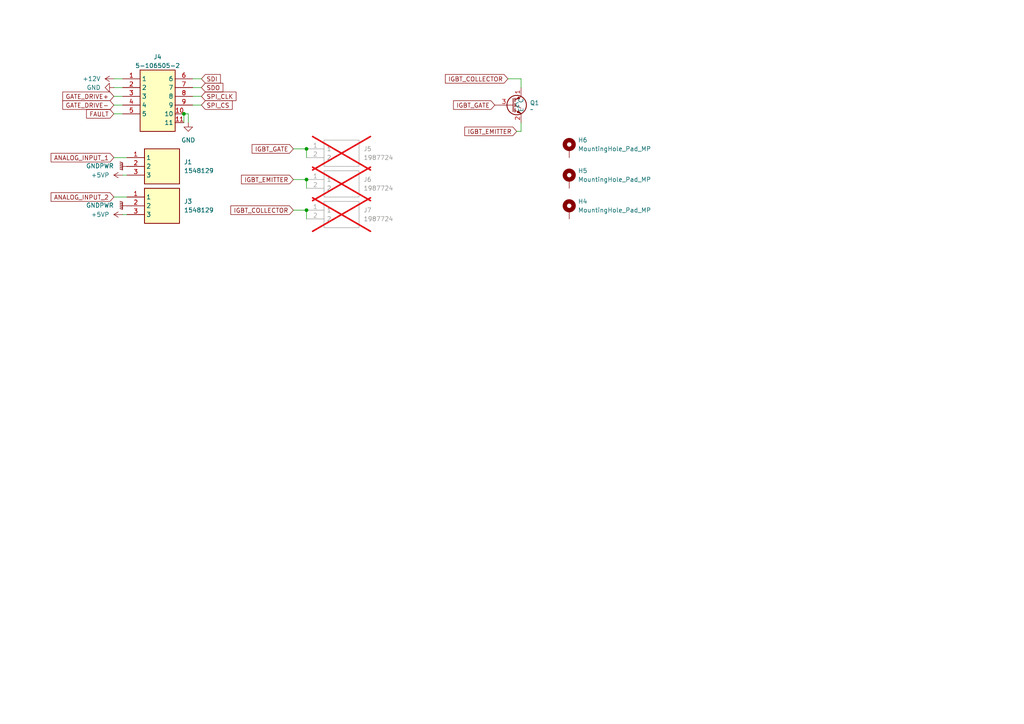
<source format=kicad_sch>
(kicad_sch (version 20250114) (generator "eeschema") (generator_version "9.0")
  (paper "A4")
  (lib_symbols
    (symbol "InverterCom:1548129"
      (property "Reference" "J" (at 16.51 7.62 0))
      (property "Value" "1548129" (at 16.51 5.08 0))
      (symbol "1548129_1_1"
        (rectangle (start 5.08 2.54) (end 15.24 -7.62) (stroke (width 0.254)) (fill (type background)))
        (pin passive line (at 0 0 0) (length 5.08) (name "1") (number "1"))
        (pin passive line (at 0 -2.54 0) (length 5.08) (name "2") (number "2"))
        (pin passive line (at 0 -5.08 0) (length 5.08) (name "3") (number "3"))
      )
    )
    (symbol "InverterCom:1987724" (pin_names (offset 0.762))
      (property "Reference" "J" (at 16.51 7.62 0))
      (property "Value" "1987724" (at 16.51 5.08 0))
      (symbol "1987724_0_0"
        (pin passive line (at 0 0 0) (length 5.08) (name "1") (number "1"))
        (pin passive line (at 0 -2.54 0) (length 5.08) (name "2") (number "2"))
      )
      (symbol "1987724_0_1"
        (polyline (pts (xy 5.08 2.54) (xy 15.24 2.54) (xy 15.24 -5.08) (xy 5.08 -5.08) (xy 5.08 2.54)) (stroke (width 0.1524)))
      )
    )
    (symbol "InverterCom:5-106505-2"
      (property "Reference" "J" (at 16.51 7.62 0))
      (property "Value" "5-106505-2" (at 16.51 5.08 0))
      (symbol "5-106505-2_1_1"
        (rectangle (start 5.08 2.54) (end 15.24 -15.24) (stroke (width 0.254)) (fill (type background)))
        (pin passive line (at 0 0 0) (length 5.08) (name "1") (number "1"))
        (pin passive line (at 0 -2.54 0) (length 5.08) (name "2") (number "2"))
        (pin passive line (at 0 -5.08 0) (length 5.08) (name "3") (number "3"))
        (pin passive line (at 0 -7.62 0) (length 5.08) (name "4") (number "4"))
        (pin passive line (at 0 -10.16 0) (length 5.08) (name "5") (number "5"))
        (pin input line (at 17.78 -10.16 180) (length 2.54) (name "10") (number "10"))
        (pin input line (at 17.78 -12.7 180) (length 2.54) (name "11") (number "11"))
        (pin passive line (at 20.32 0 180) (length 5.08) (name "6") (number "6"))
        (pin passive line (at 20.32 -2.54 180) (length 5.08) (name "7") (number "7"))
        (pin passive line (at 20.32 -5.08 180) (length 5.08) (name "8") (number "8"))
        (pin passive line (at 20.32 -7.62 180) (length 5.08) (name "9") (number "9"))
      )
    )
    (symbol "InverterCom:CM600HA-24H-Gate"
      (property "Reference" "Q" (at -2.54 5.08 0))
      (symbol "CM600HA-24H-Gate_0_1"
        (polyline (pts (xy 0.254 1.905) (xy 0.254 -1.905) (xy 0.254 -1.905)) (stroke (width 0.254)))
        (polyline (pts (xy 0.762 2.032) (xy 0.762 1.016)) (stroke (width 0.254)))
        (polyline (pts (xy 0.762 0.508) (xy 0.762 -0.508)) (stroke (width 0.254)))
        (polyline (pts (xy 0.762 -1.016) (xy 0.762 -2.032)) (stroke (width 0.254)))
        (circle (center 1.27 0) (radius 2.8194) (stroke (width 0.254)))
        (polyline (pts (xy 1.397 -2.159) (xy 1.651 -1.651) (xy 2.54 -2.413) (xy 1.397 -2.159)) (fill (type outline)))
        (polyline (pts (xy 2.159 1.905) (xy 1.905 2.413) (xy 1.016 1.651) (xy 2.159 1.905)) (fill (type outline)))
        (polyline (pts (xy 2.54 2.413) (xy 0.762 1.524)))
        (polyline (pts (xy 2.54 -0.889) (xy 0.762 0)))
        (polyline (pts (xy 2.54 -2.413) (xy 0.762 -1.524)))
      )
      (symbol "CM600HA-24H-Gate_1_1"
        (pin input line (at -5.08 0 0) (length 5.334) (name "G") (number "3"))
        (pin passive line (at 2.54 5.08 270) (length 2.54) (name "C") (number "1"))
        (pin passive line (at 2.54 -5.08 90) (length 2.54) (name "E") (number "2"))
      )
    )
    (symbol "Mechanical:MountingHole_Pad_MP" (pin_numbers (hide yes)) (pin_names (offset 1.016) (hide yes)) (in_bom no)
      (property "Reference" "H" (at 0 6.35 0))
      (property "Value" "MountingHole_Pad_MP" (at 0 4.445 0))
      (symbol "MountingHole_Pad_MP_0_1"
        (circle (center 0 1.27) (radius 1.27) (stroke (width 1.27)))
      )
      (symbol "MountingHole_Pad_MP_1_1"
        (pin input line (at 0 -2.54 90) (length 2.54) (name "MP") (number "MP"))
      )
    )
    (symbol "power:+12V" (power) (pin_numbers (hide yes)) (pin_names (offset 0) (hide yes))
      (property "Value" "+12V" (at 0 3.556 0))
      (symbol "+12V_0_1"
        (polyline (pts (xy -0.762 1.27) (xy 0 2.54)))
        (polyline (pts (xy 0 2.54) (xy 0.762 1.27)))
        (polyline (pts (xy 0 0) (xy 0 2.54)))
      )
      (symbol "+12V_1_1"
        (pin power_in line (at 0 0 90) (length 0) (name "~") (number "1"))
      )
    )
    (symbol "power:+5VP" (power) (pin_numbers (hide yes)) (pin_names (offset 0) (hide yes))
      (property "Value" "+5VP" (at 0 3.556 0))
      (symbol "+5VP_0_1"
        (polyline (pts (xy -0.762 1.27) (xy 0 2.54)))
        (polyline (pts (xy 0 2.54) (xy 0.762 1.27)))
        (polyline (pts (xy 0 0) (xy 0 2.54)))
      )
      (symbol "+5VP_1_1"
        (pin power_in line (at 0 0 90) (length 0) (name "~") (number "1"))
      )
    )
    (symbol "power:GND" (power) (pin_numbers (hide yes)) (pin_names (offset 0) (hide yes))
      (property "Value" "GND" (at 0 -3.81 0))
      (symbol "GND_0_1"
        (polyline (pts (xy 0 0) (xy 0 -1.27) (xy 1.27 -1.27) (xy 0 -2.54) (xy -1.27 -1.27) (xy 0 -1.27)))
      )
      (symbol "GND_1_1"
        (pin power_in line (at 0 0 270) (length 0) (name "~") (number "1"))
      )
    )
    (symbol "power:GNDPWR" (power) (pin_numbers (hide yes)) (pin_names (offset 0) (hide yes))
      (property "Value" "GNDPWR" (at 0 -3.302 0))
      (symbol "GNDPWR_0_1"
        (polyline (pts (xy -1.016 -1.27) (xy -1.27 -2.032) (xy -1.27 -2.032)) (stroke (width 0.2032)))
        (polyline (pts (xy -0.508 -1.27) (xy -0.762 -2.032) (xy -0.762 -2.032)) (stroke (width 0.2032)))
        (polyline (pts (xy 0 -1.27) (xy 0 0)))
        (polyline (pts (xy 0 -1.27) (xy -0.254 -2.032) (xy -0.254 -2.032)) (stroke (width 0.2032)))
        (polyline (pts (xy 0.508 -1.27) (xy 0.254 -2.032) (xy 0.254 -2.032)) (stroke (width 0.2032)))
        (polyline (pts (xy 1.016 -1.27) (xy -1.016 -1.27) (xy -1.016 -1.27)) (stroke (width 0.2032)))
        (polyline (pts (xy 1.016 -1.27) (xy 0.762 -2.032) (xy 0.762 -2.032) (xy 0.762 -2.032)) (stroke (width 0.2032)))
      )
      (symbol "GNDPWR_1_1"
        (pin power_in line (at 0 0 270) (length 0) (name "~") (number "1"))
      )
    )
  )
  (junction (at 88.9 43.18))
  (junction (at 53.34 33.02))
  (junction (at 88.9 60.96))
  (junction (at 88.9 52.07))
  (wire (pts (xy 53.34 33.02) (xy 53.34 35.56)))
  (wire (pts (xy 85.09 52.07) (xy 88.9 52.07)))
  (wire (pts (xy 35.56 30.48) (xy 33.02 30.48)))
  (wire (pts (xy 33.02 33.02) (xy 35.56 33.02)))
  (wire (pts (xy 55.88 25.4) (xy 58.42 25.4)))
  (wire (pts (xy 33.02 22.86) (xy 35.56 22.86)))
  (wire (pts (xy 35.56 62.23) (xy 36.83 62.23)))
  (wire (pts (xy 33.02 57.15) (xy 36.83 57.15)))
  (wire (pts (xy 88.9 43.18) (xy 88.9 45.72)))
  (wire (pts (xy 58.42 30.48) (xy 55.88 30.48)))
  (wire (pts (xy 147.32 22.86) (xy 151.13 22.86)))
  (wire (pts (xy 151.13 38.1) (xy 151.13 35.56)))
  (wire (pts (xy 149.86 38.1) (xy 151.13 38.1)))
  (wire (pts (xy 33.02 25.4) (xy 35.56 25.4)))
  (wire (pts (xy 88.9 52.07) (xy 88.9 54.61)))
  (wire (pts (xy 53.34 33.02) (xy 54.61 33.02)))
  (wire (pts (xy 35.56 50.8) (xy 36.83 50.8)))
  (wire (pts (xy 54.61 33.02) (xy 54.61 35.56)))
  (wire (pts (xy 33.02 45.72) (xy 36.83 45.72)))
  (wire (pts (xy 35.56 27.94) (xy 33.02 27.94)))
  (wire (pts (xy 151.13 25.4) (xy 151.13 22.86)))
  (wire (pts (xy 55.88 22.86) (xy 58.42 22.86)))
  (wire (pts (xy 85.09 60.96) (xy 88.9 60.96)))
  (wire (pts (xy 58.42 27.94) (xy 55.88 27.94)))
  (wire (pts (xy 88.9 60.96) (xy 88.9 63.5)))
  (wire (pts (xy 85.09 43.18) (xy 88.9 43.18)))
  (global_label "SDO" (shape input) (at 58.42 25.4 0) (property "Intersheetrefs" "${INTERSHEET_REFS}" (effects (hide yes))))
  (global_label "ANALOG_INPUT_2" (shape input) (at 33.02 57.15 180) (property "Intersheetrefs" "${INTERSHEET_REFS}" (effects (hide yes))))
  (global_label "IGBT_GATE" (shape input) (at 85.09 43.18 180) (property "Intersheetrefs" "${INTERSHEET_REFS}" (effects (hide yes))))
  (global_label "SPI_CLK" (shape input) (at 58.42 27.94 0) (property "Intersheetrefs" "${INTERSHEET_REFS}" (effects (hide yes))))
  (global_label "ANALOG_INPUT_1" (shape input) (at 33.02 45.72 180) (property "Intersheetrefs" "${INTERSHEET_REFS}" (effects (hide yes))))
  (global_label "IGBT_COLLECTOR" (shape input) (at 85.09 60.96 180) (property "Intersheetrefs" "${INTERSHEET_REFS}" (effects (hide yes))))
  (global_label "SPI_CS" (shape input) (at 58.42 30.48 0) (property "Intersheetrefs" "${INTERSHEET_REFS}" (effects (hide yes))))
  (global_label "GATE_DRIVE-" (shape input) (at 33.02 30.48 180) (property "Intersheetrefs" "${INTERSHEET_REFS}" (effects (hide yes))))
  (global_label "IGBT_EMITTER" (shape input) (at 85.09 52.07 180) (property "Intersheetrefs" "${INTERSHEET_REFS}" (effects (hide yes))))
  (global_label "GATE_DRIVE+" (shape input) (at 33.02 27.94 180) (property "Intersheetrefs" "${INTERSHEET_REFS}" (effects (hide yes))))
  (global_label "FAULT" (shape input) (at 33.02 33.02 180) (property "Intersheetrefs" "${INTERSHEET_REFS}" (effects (hide yes))))
  (global_label "IGBT_GATE" (shape input) (at 143.51 30.48 180) (property "Intersheetrefs" "${INTERSHEET_REFS}" (effects (hide yes))))
  (global_label "SDI" (shape input) (at 58.42 22.86 0) (property "Intersheetrefs" "${INTERSHEET_REFS}" (effects (hide yes))))
  (global_label "IGBT_EMITTER" (shape input) (at 149.86 38.1 180) (property "Intersheetrefs" "${INTERSHEET_REFS}" (effects (hide yes))))
  (global_label "IGBT_COLLECTOR" (shape input) (at 147.32 22.86 180) (property "Intersheetrefs" "${INTERSHEET_REFS}" (effects (hide yes))))
  (symbol (lib_id "power:GNDPWR") (at 36.83 48.26 270) (unit 1)
    (property "Reference" "#PWR075" (effects (hide yes)))
    (property "Value" "GNDPWR" (at 33.02 48.1329 90) (effects (justify right)))
    (property "Description" "Power symbol creates a global label with name \"GNDPWR\" , global ground" (effects (hide yes)))
  )
  (symbol (lib_id "InverterCom:CM600HA-24H-Gate") (at 148.59 30.48 0) (unit 1)
    (property "Reference" "Q1" (at 153.67 29.8449 0) (effects (justify left)))
    (property "Value" "~" (at 153.67 31.75 0) (effects (justify left)))
    (property "Footprint" "InverterCom:CM600HA-24H-Gate" (effects (hide yes)))
  )
  (symbol (lib_id "power:GND") (at 33.02 25.4 270) (unit 1)
    (property "Reference" "#PWR036" (effects (hide yes)))
    (property "Value" "GND" (at 29.21 25.3999 90) (effects (justify right)))
    (property "Description" "Power symbol creates a global label with name \"GND\" , ground" (effects (hide yes)))
  )
  (symbol (lib_id "InverterCom:5-106505-2") (at 35.56 22.86 0) (unit 1)
    (property "Reference" "J4" (at 45.72 16.51 0))
    (property "Value" "5-106505-2" (at 45.72 19.05 0))
    (property "Footprint" "5-106505-2_3" (effects (hide yes)))
    (property "Datasheet" "https://www.te.com/commerce/DocumentDelivery/DDEController?Action=srchrtrv&DocNm=82068_AMPLIMITE_Right-Angle_Posted_Conn&DocType=Catalog%20Section&DocLang=English&PartCntxt=5-106505-2&DocFormat=pdf" (effects (hide yes)))
    (property "Description" "Body Features: Primary Product Color Black | Shell Plating Material Tin | Connector Profile Standard | Configuration Features: PCB Mount Orientation Right Angle | Number of Positions 9 | Number of Rows 2 | Contact Features: Contact Mating Area Plating Material Gold | Contact Mating Area Plating Material Thickness .76 MICM | Contact Shape & Form Round | Contact Mating Area Plating Material Gold Flash over Palladium Nickel | Contact Current Rating (Max) 6 AMP | Contact Base Material Phosphor Bronze | PCB Cont" (effects (hide yes)))
    (property "Mouser Part Number" "571-5-106505-2" (effects (hide yes)))
    (property "Mouser Price/Stock" "https://www.mouser.co.uk/ProductDetail/TE-Connectivity/5-106505-2?qs=MQMItlSumdeqtmm5RcerVg%3D%3D" (effects (hide yes)))
    (property "Manufacturer_Name" "TE Connectivity" (effects (hide yes)))
    (property "Manufacturer_Part_Number" "5-106505-2" (effects (hide yes)))
  )
  (symbol (lib_id "power:+5VP") (at 35.56 62.23 90) (unit 1)
    (property "Reference" "#PWR03" (effects (hide yes)))
    (property "Value" "+5VP" (at 31.75 62.2299 90) (effects (justify left)))
    (property "Description" "Power symbol creates a global label with name \"+5VP\"" (effects (hide yes)))
  )
  (symbol (lib_id "Mechanical:MountingHole_Pad_MP") (at 165.1 52.07 0) (unit 1) (in_bom no)
    (property "Reference" "H5" (at 167.64 49.5299 0) (effects (justify left)))
    (property "Value" "MountingHole_Pad_MP" (at 167.64 52.0699 0) (effects (justify left)))
    (property "Footprint" "MountingHole:MountingHole_5.3mm_M5_Pad" (effects (hide yes)))
    (property "Description" "Mounting Hole with connection as pad named MP" (effects (hide yes)))
  )
  (symbol (lib_id "power:GND") (at 54.61 35.56 0) (unit 1)
    (property "Reference" "#PWR038" (effects (hide yes)))
    (property "Value" "GND" (at 54.61 40.64 0))
    (property "Description" "Power symbol creates a global label with name \"GND\" , ground" (effects (hide yes)))
  )
  (symbol (lib_id "InverterCom:1987724") (at 88.9 52.07 0) (unit 1) (dnp yes)
    (property "Reference" "J6" (at 105.41 52.0699 0) (effects (justify left)))
    (property "Value" "1987724" (at 105.41 54.6099 0) (effects (justify left)))
    (property "Footprint" "InverterCom:1987724" (effects (hide yes)))
    (property "Datasheet" "https://datasheet.datasheetarchive.com/originals/distributors/Datasheets-DGA18/1075322.pdf" (effects (hide yes)))
    (property "Description" "Phoenix Contact PT 2.5/ 2-5.0-V PCB Terminal Block, 2 Way/Pole, Screw Terminals, 20  10 AWG Through Hole," (effects (hide yes)))
    (property "Description_1" "Phoenix Contact PT 2.5/ 2-5.0-V PCB Terminal Block, 2 Way/Pole, Screw Terminals, 20  10 AWG Through Hole," (effects (hide yes)))
    (property "Height" "9.15" (effects (hide yes)))
    (property "Mouser Part Number" "651-1987724" (effects (hide yes)))
    (property "Mouser Price/Stock" "https://www.mouser.co.uk/ProductDetail/Phoenix-Contact/1987724?qs=gjk32EaArKIePzXcIKo3jg%3D%3D" (effects (hide yes)))
    (property "Manufacturer_Name" "Phoenix Contact" (effects (hide yes)))
    (property "Manufacturer_Part_Number" "1987724" (effects (hide yes)))
  )
  (symbol (lib_id "InverterCom:1987724") (at 88.9 43.18 0) (unit 1) (dnp yes)
    (property "Reference" "J5" (at 105.41 43.1799 0) (effects (justify left)))
    (property "Value" "1987724" (at 105.41 45.7199 0) (effects (justify left)))
    (property "Footprint" "InverterCom:1987724" (effects (hide yes)))
    (property "Datasheet" "https://datasheet.datasheetarchive.com/originals/distributors/Datasheets-DGA18/1075322.pdf" (effects (hide yes)))
    (property "Description" "Phoenix Contact PT 2.5/ 2-5.0-V PCB Terminal Block, 2 Way/Pole, Screw Terminals, 20  10 AWG Through Hole," (effects (hide yes)))
    (property "Description_1" "Phoenix Contact PT 2.5/ 2-5.0-V PCB Terminal Block, 2 Way/Pole, Screw Terminals, 20  10 AWG Through Hole," (effects (hide yes)))
    (property "Height" "9.15" (effects (hide yes)))
    (property "Mouser Part Number" "651-1987724" (effects (hide yes)))
    (property "Mouser Price/Stock" "https://www.mouser.co.uk/ProductDetail/Phoenix-Contact/1987724?qs=gjk32EaArKIePzXcIKo3jg%3D%3D" (effects (hide yes)))
    (property "Manufacturer_Name" "Phoenix Contact" (effects (hide yes)))
    (property "Manufacturer_Part_Number" "1987724" (effects (hide yes)))
  )
  (symbol (lib_id "InverterCom:1548129") (at 36.83 57.15 0) (unit 1)
    (property "Reference" "J3" (at 53.34 58.4199 0) (effects (justify left)))
    (property "Value" "1548129" (at 53.34 60.9599 0) (effects (justify left)))
    (property "Footprint" "InverterCom:1548129" (effects (hide yes)))
    (property "Datasheet" "https://www.phoenixcontact.com/en-in/products/pcb-terminal-block-mkdsn-15-3-508-spe-1548129" (effects (hide yes)))
    (property "Description" "Pluggable Terminal Blocks MKDSN 1,5/ 3-5,08 SPE" (effects (hide yes)))
    (property "Height" "10.15" (effects (hide yes)))
    (property "Mouser Part Number" "651-1548129" (effects (hide yes)))
    (property "Mouser Price/Stock" "https://www.mouser.co.uk/ProductDetail/Phoenix-Contact/1548129?qs=ulEaXIWI0c%2FYtJCBk3iUtQ%3D%3D" (effects (hide yes)))
    (property "Manufacturer_Name" "Phoenix Contact" (effects (hide yes)))
    (property "Manufacturer_Part_Number" "1548129" (effects (hide yes)))
  )
  (symbol (lib_id "power:+5VP") (at 35.56 50.8 90) (unit 1)
    (property "Reference" "#PWR02" (effects (hide yes)))
    (property "Value" "+5VP" (at 31.75 50.7999 90) (effects (justify left)))
    (property "Description" "Power symbol creates a global label with name \"+5VP\"" (effects (hide yes)))
  )
  (symbol (lib_id "power:GNDPWR") (at 36.83 59.69 270) (unit 1)
    (property "Reference" "#PWR079" (effects (hide yes)))
    (property "Value" "GNDPWR" (at 33.02 59.5629 90) (effects (justify right)))
    (property "Description" "Power symbol creates a global label with name \"GNDPWR\" , global ground" (effects (hide yes)))
  )
  (symbol (lib_id "Mechanical:MountingHole_Pad_MP") (at 165.1 60.96 0) (unit 1) (in_bom no)
    (property "Reference" "H4" (at 167.64 58.4199 0) (effects (justify left)))
    (property "Value" "MountingHole_Pad_MP" (at 167.64 60.9599 0) (effects (justify left)))
    (property "Footprint" "MountingHole:MountingHole_5.3mm_M5_Pad" (effects (hide yes)))
    (property "Description" "Mounting Hole with connection as pad named MP" (effects (hide yes)))
  )
  (symbol (lib_id "InverterCom:1548129") (at 36.83 45.72 0) (unit 1)
    (property "Reference" "J1" (at 53.34 46.9899 0) (effects (justify left)))
    (property "Value" "1548129" (at 53.34 49.5299 0) (effects (justify left)))
    (property "Footprint" "InverterCom:1548129" (effects (hide yes)))
    (property "Datasheet" "https://www.phoenixcontact.com/en-in/products/pcb-terminal-block-mkdsn-15-3-508-spe-1548129" (effects (hide yes)))
    (property "Description" "Pluggable Terminal Blocks MKDSN 1,5/ 3-5,08 SPE" (effects (hide yes)))
    (property "Height" "10.15" (effects (hide yes)))
    (property "Mouser Part Number" "651-1548129" (effects (hide yes)))
    (property "Mouser Price/Stock" "https://www.mouser.co.uk/ProductDetail/Phoenix-Contact/1548129?qs=ulEaXIWI0c%2FYtJCBk3iUtQ%3D%3D" (effects (hide yes)))
    (property "Manufacturer_Name" "Phoenix Contact" (effects (hide yes)))
    (property "Manufacturer_Part_Number" "1548129" (effects (hide yes)))
  )
  (symbol (lib_id "InverterCom:1987724") (at 88.9 60.96 0) (unit 1) (dnp yes)
    (property "Reference" "J7" (at 105.41 60.9599 0) (effects (justify left)))
    (property "Value" "1987724" (at 105.41 63.4999 0) (effects (justify left)))
    (property "Footprint" "InverterCom:1987724" (effects (hide yes)))
    (property "Datasheet" "https://datasheet.datasheetarchive.com/originals/distributors/Datasheets-DGA18/1075322.pdf" (effects (hide yes)))
    (property "Description" "Phoenix Contact PT 2.5/ 2-5.0-V PCB Terminal Block, 2 Way/Pole, Screw Terminals, 20  10 AWG Through Hole," (effects (hide yes)))
    (property "Description_1" "Phoenix Contact PT 2.5/ 2-5.0-V PCB Terminal Block, 2 Way/Pole, Screw Terminals, 20  10 AWG Through Hole," (effects (hide yes)))
    (property "Height" "9.15" (effects (hide yes)))
    (property "Mouser Part Number" "651-1987724" (effects (hide yes)))
    (property "Mouser Price/Stock" "https://www.mouser.co.uk/ProductDetail/Phoenix-Contact/1987724?qs=gjk32EaArKIePzXcIKo3jg%3D%3D" (effects (hide yes)))
    (property "Manufacturer_Name" "Phoenix Contact" (effects (hide yes)))
    (property "Manufacturer_Part_Number" "1987724" (effects (hide yes)))
  )
  (symbol (lib_id "Mechanical:MountingHole_Pad_MP") (at 165.1 43.18 0) (unit 1) (in_bom no)
    (property "Reference" "H6" (at 167.64 40.6399 0) (effects (justify left)))
    (property "Value" "MountingHole_Pad_MP" (at 167.64 43.1799 0) (effects (justify left)))
    (property "Footprint" "MountingHole:MountingHole_5.3mm_M5_Pad" (effects (hide yes)))
    (property "Description" "Mounting Hole with connection as pad named MP" (effects (hide yes)))
  )
  (symbol (lib_id "power:+12V") (at 33.02 22.86 90) (unit 1)
    (property "Reference" "#PWR037" (effects (hide yes)))
    (property "Value" "+12V" (at 29.21 22.8599 90) (effects (justify left)))
    (property "Description" "Power symbol creates a global label with name \"+12V\"" (effects (hide yes)))
  )
)
</source>
